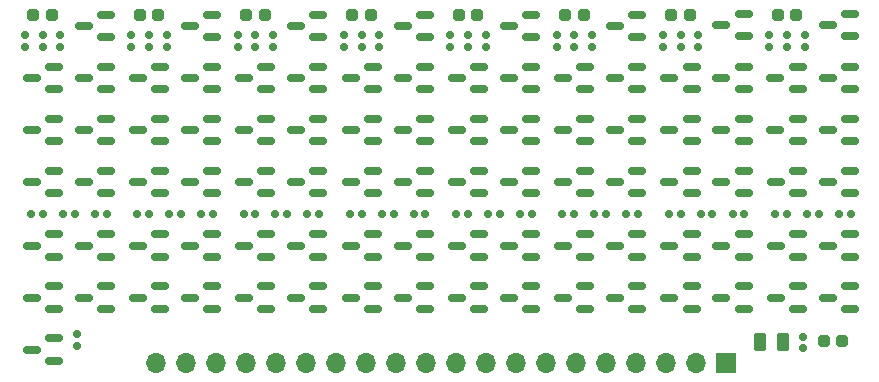
<source format=gbr>
%TF.GenerationSoftware,KiCad,Pcbnew,8.0.8*%
%TF.CreationDate,2025-09-05T20:33:19+02:00*%
%TF.ProjectId,REG8bit-SMD,52454738-6269-4742-9d53-4d442e6b6963,rev?*%
%TF.SameCoordinates,Original*%
%TF.FileFunction,Soldermask,Top*%
%TF.FilePolarity,Negative*%
%FSLAX46Y46*%
G04 Gerber Fmt 4.6, Leading zero omitted, Abs format (unit mm)*
G04 Created by KiCad (PCBNEW 8.0.8) date 2025-09-05 20:33:19*
%MOMM*%
%LPD*%
G01*
G04 APERTURE LIST*
G04 Aperture macros list*
%AMRoundRect*
0 Rectangle with rounded corners*
0 $1 Rounding radius*
0 $2 $3 $4 $5 $6 $7 $8 $9 X,Y pos of 4 corners*
0 Add a 4 corners polygon primitive as box body*
4,1,4,$2,$3,$4,$5,$6,$7,$8,$9,$2,$3,0*
0 Add four circle primitives for the rounded corners*
1,1,$1+$1,$2,$3*
1,1,$1+$1,$4,$5*
1,1,$1+$1,$6,$7*
1,1,$1+$1,$8,$9*
0 Add four rect primitives between the rounded corners*
20,1,$1+$1,$2,$3,$4,$5,0*
20,1,$1+$1,$4,$5,$6,$7,0*
20,1,$1+$1,$6,$7,$8,$9,0*
20,1,$1+$1,$8,$9,$2,$3,0*%
G04 Aperture macros list end*
%ADD10RoundRect,0.150000X0.587500X0.150000X-0.587500X0.150000X-0.587500X-0.150000X0.587500X-0.150000X0*%
%ADD11RoundRect,0.159000X0.189000X-0.159000X0.189000X0.159000X-0.189000X0.159000X-0.189000X-0.159000X0*%
%ADD12RoundRect,0.159000X-0.159000X-0.189000X0.159000X-0.189000X0.159000X0.189000X-0.159000X0.189000X0*%
%ADD13RoundRect,0.159000X0.159000X0.189000X-0.159000X0.189000X-0.159000X-0.189000X0.159000X-0.189000X0*%
%ADD14RoundRect,0.239000X0.239000X0.274000X-0.239000X0.274000X-0.239000X-0.274000X0.239000X-0.274000X0*%
%ADD15RoundRect,0.159000X-0.189000X0.159000X-0.189000X-0.159000X0.189000X-0.159000X0.189000X0.159000X0*%
%ADD16R,1.700000X1.700000*%
%ADD17O,1.700000X1.700000*%
%ADD18RoundRect,0.269000X-0.269000X-0.494000X0.269000X-0.494000X0.269000X0.494000X-0.269000X0.494000X0*%
G04 APERTURE END LIST*
D10*
%TO.C,Q18*%
X66237500Y-138450000D03*
X66237500Y-136550000D03*
X64362500Y-137500000D03*
%TD*%
%TO.C,Q21*%
X66237500Y-147250000D03*
X66237500Y-145350000D03*
X64362500Y-146300000D03*
%TD*%
D11*
%TO.C,R43*%
X59400000Y-134900000D03*
X59400000Y-133900000D03*
%TD*%
D10*
%TO.C,Q16*%
X61837500Y-138450000D03*
X61837500Y-136550000D03*
X59962500Y-137500000D03*
%TD*%
D12*
%TO.C,R22*%
X89600000Y-149000000D03*
X90600000Y-149000000D03*
%TD*%
D10*
%TO.C,Q27*%
X70837500Y-142850000D03*
X70837500Y-140950000D03*
X68962500Y-141900000D03*
%TD*%
%TO.C,Q13*%
X61837500Y-152650000D03*
X61837500Y-150750000D03*
X59962500Y-151700000D03*
%TD*%
%TO.C,Q6*%
X52837500Y-142850000D03*
X52837500Y-140950000D03*
X50962500Y-141900000D03*
%TD*%
D13*
%TO.C,R36*%
X105900000Y-149000000D03*
X104900000Y-149000000D03*
%TD*%
D10*
%TO.C,Q5*%
X57237500Y-152650000D03*
X57237500Y-150750000D03*
X55362500Y-151700000D03*
%TD*%
D13*
%TO.C,R38*%
X120300000Y-149000000D03*
X119300000Y-149000000D03*
%TD*%
D10*
%TO.C,Q68*%
X111237500Y-138450000D03*
X111237500Y-136550000D03*
X109362500Y-137500000D03*
%TD*%
D13*
%TO.C,R13*%
X75300000Y-149000000D03*
X74300000Y-149000000D03*
%TD*%
D14*
%TO.C,D9*%
X119590000Y-159800000D03*
X118010000Y-159800000D03*
%TD*%
D10*
%TO.C,Q65*%
X111237500Y-152650000D03*
X111237500Y-150750000D03*
X109362500Y-151700000D03*
%TD*%
%TO.C,Q60*%
X97837500Y-147250000D03*
X97837500Y-145350000D03*
X95962500Y-146300000D03*
%TD*%
%TO.C,Q45*%
X93237500Y-152650000D03*
X93237500Y-150750000D03*
X91362500Y-151700000D03*
%TD*%
%TO.C,Q17*%
X61837500Y-142850000D03*
X61837500Y-140950000D03*
X59962500Y-141900000D03*
%TD*%
D14*
%TO.C,D2*%
X61690000Y-132200000D03*
X60110000Y-132200000D03*
%TD*%
D10*
%TO.C,Q72*%
X115837500Y-157050000D03*
X115837500Y-155150000D03*
X113962500Y-156100000D03*
%TD*%
D11*
%TO.C,R46*%
X86400000Y-134900000D03*
X86400000Y-133900000D03*
%TD*%
D10*
%TO.C,Q55*%
X102237500Y-152650000D03*
X102237500Y-150750000D03*
X100362500Y-151700000D03*
%TD*%
%TO.C,Q9*%
X57237500Y-142850000D03*
X57237500Y-140950000D03*
X55362500Y-141900000D03*
%TD*%
%TO.C,Q1*%
X52837500Y-161450000D03*
X52837500Y-159550000D03*
X50962500Y-160500000D03*
%TD*%
%TO.C,Q78*%
X120237500Y-138450000D03*
X120237500Y-136550000D03*
X118362500Y-137500000D03*
%TD*%
D11*
%TO.C,R48*%
X104400000Y-133900000D03*
X104400000Y-134900000D03*
%TD*%
D10*
%TO.C,Q14*%
X66237500Y-157050000D03*
X66237500Y-155150000D03*
X64362500Y-156100000D03*
%TD*%
%TO.C,Q52*%
X97837500Y-157050000D03*
X97837500Y-155150000D03*
X95962500Y-156100000D03*
%TD*%
%TO.C,Q69*%
X111237500Y-142850000D03*
X111237500Y-140950000D03*
X109362500Y-141900000D03*
%TD*%
D13*
%TO.C,R28*%
X102300000Y-149000000D03*
X101300000Y-149000000D03*
%TD*%
D10*
%TO.C,Q31*%
X75237500Y-147250000D03*
X75237500Y-145350000D03*
X73362500Y-146300000D03*
%TD*%
%TO.C,Q75*%
X120237500Y-152650000D03*
X120237500Y-150750000D03*
X118362500Y-151700000D03*
%TD*%
%TO.C,Q83*%
X66237500Y-134050000D03*
X66237500Y-132150000D03*
X64362500Y-133100000D03*
%TD*%
%TO.C,Q34*%
X84237500Y-157050000D03*
X84237500Y-155150000D03*
X82362500Y-156100000D03*
%TD*%
D12*
%TO.C,R12*%
X71600000Y-149000000D03*
X72600000Y-149000000D03*
%TD*%
D15*
%TO.C,R15*%
X71400000Y-133900000D03*
X71400000Y-134900000D03*
%TD*%
D10*
%TO.C,Q46*%
X88837500Y-138450000D03*
X88837500Y-136550000D03*
X86962500Y-137500000D03*
%TD*%
%TO.C,Q3*%
X52837500Y-152650000D03*
X52837500Y-150750000D03*
X50962500Y-151700000D03*
%TD*%
%TO.C,Q76*%
X115800000Y-138450000D03*
X115800000Y-136550000D03*
X113925000Y-137500000D03*
%TD*%
D13*
%TO.C,R21*%
X78900000Y-149000000D03*
X77900000Y-149000000D03*
%TD*%
D10*
%TO.C,Q71*%
X111237500Y-147250000D03*
X111237500Y-145350000D03*
X109362500Y-146300000D03*
%TD*%
D13*
%TO.C,R41*%
X113900000Y-149000000D03*
X114900000Y-149000000D03*
%TD*%
%TO.C,R16*%
X69900000Y-149000000D03*
X68900000Y-149000000D03*
%TD*%
D14*
%TO.C,D3*%
X70690000Y-132200000D03*
X69110000Y-132200000D03*
%TD*%
D10*
%TO.C,Q39*%
X84237500Y-142850000D03*
X84237500Y-140950000D03*
X82362500Y-141900000D03*
%TD*%
%TO.C,Q15*%
X66237500Y-152650000D03*
X66237500Y-150750000D03*
X64362500Y-151700000D03*
%TD*%
%TO.C,Q32*%
X79837500Y-157050000D03*
X79837500Y-155150000D03*
X77962500Y-156100000D03*
%TD*%
%TO.C,Q67*%
X106837500Y-142850000D03*
X106837500Y-140950000D03*
X104962500Y-141900000D03*
%TD*%
D14*
%TO.C,D7*%
X105110000Y-132200000D03*
X106690000Y-132200000D03*
%TD*%
D10*
%TO.C,Q43*%
X88837500Y-152650000D03*
X88837500Y-150750000D03*
X86962500Y-151700000D03*
%TD*%
%TO.C,Q58*%
X102237500Y-138450000D03*
X102237500Y-136550000D03*
X100362500Y-137500000D03*
%TD*%
%TO.C,Q40*%
X79837500Y-147250000D03*
X79837500Y-145350000D03*
X77962500Y-146300000D03*
%TD*%
%TO.C,Q24*%
X75237500Y-157050000D03*
X75237500Y-155150000D03*
X73362500Y-156100000D03*
%TD*%
D15*
%TO.C,R5*%
X53400000Y-133900000D03*
X53400000Y-134900000D03*
%TD*%
D10*
%TO.C,Q22*%
X70837500Y-157050000D03*
X70837500Y-155150000D03*
X68962500Y-156100000D03*
%TD*%
%TO.C,Q63*%
X106837500Y-152650000D03*
X106837500Y-150750000D03*
X104962500Y-151700000D03*
%TD*%
D15*
%TO.C,R39*%
X114900000Y-133900000D03*
X114900000Y-134900000D03*
%TD*%
D10*
%TO.C,Q79*%
X120237500Y-142850000D03*
X120237500Y-140950000D03*
X118362500Y-141900000D03*
%TD*%
%TO.C,Q85*%
X84237500Y-134050000D03*
X84237500Y-132150000D03*
X82362500Y-133100000D03*
%TD*%
%TO.C,Q33*%
X79837500Y-152650000D03*
X79837500Y-150750000D03*
X77962500Y-151700000D03*
%TD*%
D13*
%TO.C,R6*%
X51900000Y-149000000D03*
X50900000Y-149000000D03*
%TD*%
D15*
%TO.C,R20*%
X80400000Y-133900000D03*
X80400000Y-134900000D03*
%TD*%
D10*
%TO.C,Q51*%
X91362500Y-146300000D03*
X93237500Y-145350000D03*
X93237500Y-147250000D03*
%TD*%
%TO.C,Q73*%
X115837500Y-152650000D03*
X115837500Y-150750000D03*
X113962500Y-151700000D03*
%TD*%
D12*
%TO.C,R32*%
X108600000Y-149000000D03*
X107600000Y-149000000D03*
%TD*%
D10*
%TO.C,Q36*%
X79837500Y-138450000D03*
X79837500Y-136550000D03*
X77962500Y-137500000D03*
%TD*%
D12*
%TO.C,R8*%
X65300000Y-149000000D03*
X66300000Y-149000000D03*
%TD*%
D10*
%TO.C,Q84*%
X75237500Y-134050000D03*
X75237500Y-132150000D03*
X73362500Y-133100000D03*
%TD*%
D11*
%TO.C,R50*%
X116300000Y-160400000D03*
X116300000Y-159400000D03*
%TD*%
D13*
%TO.C,R26*%
X86900000Y-149000000D03*
X87900000Y-149000000D03*
%TD*%
D10*
%TO.C,Q50*%
X86962500Y-146300000D03*
X88837500Y-145350000D03*
X88837500Y-147250000D03*
%TD*%
D13*
%TO.C,R11*%
X60900000Y-149000000D03*
X59900000Y-149000000D03*
%TD*%
D10*
%TO.C,Q89*%
X120237500Y-133950000D03*
X120237500Y-132050000D03*
X118362500Y-133000000D03*
%TD*%
%TO.C,Q54*%
X102237500Y-157050000D03*
X102237500Y-155150000D03*
X100362500Y-156100000D03*
%TD*%
%TO.C,Q20*%
X61837500Y-147250000D03*
X61837500Y-145350000D03*
X59962500Y-146300000D03*
%TD*%
D12*
%TO.C,R2*%
X53600000Y-149000000D03*
X54600000Y-149000000D03*
%TD*%
D10*
%TO.C,Q87*%
X102237500Y-134050000D03*
X102237500Y-132150000D03*
X100362500Y-133100000D03*
%TD*%
%TO.C,Q80*%
X115837500Y-147250000D03*
X115837500Y-145350000D03*
X113962500Y-146300000D03*
%TD*%
D16*
%TO.C,J1*%
X109725000Y-161625000D03*
D17*
X107185000Y-161625000D03*
X104645000Y-161625000D03*
X102105000Y-161625000D03*
X99565000Y-161625000D03*
X97025000Y-161625000D03*
X94485000Y-161625000D03*
X91945000Y-161625000D03*
X89405000Y-161625000D03*
X86865000Y-161625000D03*
X84325000Y-161625000D03*
X81785000Y-161625000D03*
X79245000Y-161625000D03*
X76705000Y-161625000D03*
X74165000Y-161625000D03*
X71625000Y-161625000D03*
X69085000Y-161625000D03*
X66545000Y-161625000D03*
X64005000Y-161625000D03*
X61465000Y-161625000D03*
%TD*%
D10*
%TO.C,Q7*%
X52837500Y-138450000D03*
X52837500Y-136550000D03*
X50962500Y-137500000D03*
%TD*%
D13*
%TO.C,R23*%
X93300000Y-149000000D03*
X92300000Y-149000000D03*
%TD*%
D10*
%TO.C,Q11*%
X57237500Y-147250000D03*
X57237500Y-145350000D03*
X55362500Y-146300000D03*
%TD*%
D14*
%TO.C,D4*%
X79690000Y-132200000D03*
X78110000Y-132200000D03*
%TD*%
D15*
%TO.C,R34*%
X105900000Y-133900000D03*
X105900000Y-134900000D03*
%TD*%
D10*
%TO.C,Q74*%
X120237500Y-157050000D03*
X120237500Y-155150000D03*
X118362500Y-156100000D03*
%TD*%
%TO.C,Q70*%
X106837500Y-147250000D03*
X106837500Y-145350000D03*
X104962500Y-146300000D03*
%TD*%
%TO.C,Q10*%
X52837500Y-147250000D03*
X52837500Y-145350000D03*
X50962500Y-146300000D03*
%TD*%
D14*
%TO.C,D5*%
X88690000Y-132200000D03*
X87110000Y-132200000D03*
%TD*%
D11*
%TO.C,R45*%
X77400000Y-134900000D03*
X77400000Y-133900000D03*
%TD*%
D12*
%TO.C,R37*%
X117600000Y-149000000D03*
X116600000Y-149000000D03*
%TD*%
D10*
%TO.C,Q44*%
X93237500Y-157050000D03*
X93237500Y-155150000D03*
X91362500Y-156100000D03*
%TD*%
%TO.C,Q28*%
X75237500Y-138450000D03*
X75237500Y-136550000D03*
X73362500Y-137500000D03*
%TD*%
%TO.C,Q86*%
X93237500Y-134050000D03*
X93237500Y-132150000D03*
X91362500Y-133100000D03*
%TD*%
%TO.C,Q35*%
X84237500Y-152650000D03*
X84237500Y-150750000D03*
X82362500Y-151700000D03*
%TD*%
D14*
%TO.C,D6*%
X97690000Y-132200000D03*
X96110000Y-132200000D03*
%TD*%
D10*
%TO.C,Q12*%
X61837500Y-157050000D03*
X61837500Y-155150000D03*
X59962500Y-156100000D03*
%TD*%
D11*
%TO.C,R42*%
X50400000Y-134900000D03*
X50400000Y-133900000D03*
%TD*%
D15*
%TO.C,R19*%
X78900000Y-133900000D03*
X78900000Y-134900000D03*
%TD*%
%TO.C,R24*%
X87900000Y-133900000D03*
X87900000Y-134900000D03*
%TD*%
D10*
%TO.C,Q82*%
X57237500Y-134050000D03*
X57237500Y-132150000D03*
X55362500Y-133100000D03*
%TD*%
%TO.C,Q57*%
X97837500Y-142850000D03*
X97837500Y-140950000D03*
X95962500Y-141900000D03*
%TD*%
D14*
%TO.C,D1*%
X52690000Y-132200000D03*
X51110000Y-132200000D03*
%TD*%
D15*
%TO.C,R29*%
X96900000Y-133900000D03*
X96900000Y-134900000D03*
%TD*%
D10*
%TO.C,Q26*%
X70837500Y-138450000D03*
X70837500Y-136550000D03*
X68962500Y-137500000D03*
%TD*%
%TO.C,Q49*%
X93237500Y-142850000D03*
X93237500Y-140950000D03*
X91362500Y-141900000D03*
%TD*%
D15*
%TO.C,R25*%
X89400000Y-133900000D03*
X89400000Y-134900000D03*
%TD*%
D12*
%TO.C,R27*%
X98600000Y-149000000D03*
X99600000Y-149000000D03*
%TD*%
D10*
%TO.C,Q23*%
X70837500Y-152650000D03*
X70837500Y-150750000D03*
X68962500Y-151700000D03*
%TD*%
%TO.C,Q2*%
X52837500Y-157050000D03*
X52837500Y-155150000D03*
X50962500Y-156100000D03*
%TD*%
%TO.C,Q66*%
X106837500Y-138450000D03*
X106837500Y-136550000D03*
X104962500Y-137500000D03*
%TD*%
D15*
%TO.C,R35*%
X107400000Y-133900000D03*
X107400000Y-134900000D03*
%TD*%
D10*
%TO.C,Q53*%
X97837500Y-152650000D03*
X97837500Y-150750000D03*
X95962500Y-151700000D03*
%TD*%
D13*
%TO.C,R33*%
X111300000Y-149000000D03*
X110300000Y-149000000D03*
%TD*%
D15*
%TO.C,R40*%
X116400000Y-133900000D03*
X116400000Y-134900000D03*
%TD*%
D10*
%TO.C,Q38*%
X84237500Y-138450000D03*
X84237500Y-136550000D03*
X82362500Y-137500000D03*
%TD*%
%TO.C,Q4*%
X57237500Y-157050000D03*
X57237500Y-155150000D03*
X55362500Y-156100000D03*
%TD*%
D11*
%TO.C,R44*%
X68400000Y-134900000D03*
X68400000Y-133900000D03*
%TD*%
D13*
%TO.C,R31*%
X96900000Y-149000000D03*
X95900000Y-149000000D03*
%TD*%
D18*
%TO.C,C1*%
X112650000Y-159900000D03*
X114550000Y-159900000D03*
%TD*%
D10*
%TO.C,Q25*%
X75237500Y-152650000D03*
X75237500Y-150750000D03*
X73362500Y-151700000D03*
%TD*%
%TO.C,Q37*%
X79837500Y-142850000D03*
X79837500Y-140950000D03*
X77962500Y-141900000D03*
%TD*%
%TO.C,Q62*%
X106837500Y-157050000D03*
X106837500Y-155150000D03*
X104962500Y-156100000D03*
%TD*%
D15*
%TO.C,R30*%
X98400000Y-133900000D03*
X98400000Y-134900000D03*
%TD*%
D10*
%TO.C,Q19*%
X66237500Y-142850000D03*
X66237500Y-140950000D03*
X64362500Y-141900000D03*
%TD*%
%TO.C,Q48*%
X93237500Y-138450000D03*
X93237500Y-136550000D03*
X91362500Y-137500000D03*
%TD*%
%TO.C,Q8*%
X57237500Y-138450000D03*
X57237500Y-136550000D03*
X55362500Y-137500000D03*
%TD*%
D11*
%TO.C,R49*%
X113400000Y-134900000D03*
X113400000Y-133900000D03*
%TD*%
D10*
%TO.C,Q61*%
X102237500Y-147250000D03*
X102237500Y-145350000D03*
X100362500Y-146300000D03*
%TD*%
D11*
%TO.C,R47*%
X95400000Y-134900000D03*
X95400000Y-133900000D03*
%TD*%
D15*
%TO.C,R4*%
X51900000Y-133900000D03*
X51900000Y-134900000D03*
%TD*%
D10*
%TO.C,Q42*%
X88837500Y-157050000D03*
X88837500Y-155150000D03*
X86962500Y-156100000D03*
%TD*%
D14*
%TO.C,D8*%
X115690000Y-132200000D03*
X114110000Y-132200000D03*
%TD*%
D10*
%TO.C,Q29*%
X75237500Y-142850000D03*
X75237500Y-140950000D03*
X73362500Y-141900000D03*
%TD*%
D12*
%TO.C,R17*%
X80600000Y-149000000D03*
X81600000Y-149000000D03*
%TD*%
D10*
%TO.C,Q88*%
X111237500Y-133950000D03*
X111237500Y-132050000D03*
X109362500Y-133000000D03*
%TD*%
D15*
%TO.C,R10*%
X62400000Y-133900000D03*
X62400000Y-134900000D03*
%TD*%
D10*
%TO.C,Q64*%
X111237500Y-157050000D03*
X111237500Y-155150000D03*
X109362500Y-156100000D03*
%TD*%
%TO.C,Q59*%
X102237500Y-142850000D03*
X102237500Y-140950000D03*
X100362500Y-141900000D03*
%TD*%
D12*
%TO.C,R3*%
X56300000Y-149000000D03*
X57300000Y-149000000D03*
%TD*%
D10*
%TO.C,Q56*%
X97837500Y-138450000D03*
X97837500Y-136550000D03*
X95962500Y-137500000D03*
%TD*%
D12*
%TO.C,R7*%
X62600000Y-149000000D03*
X63600000Y-149000000D03*
%TD*%
D10*
%TO.C,Q41*%
X84237500Y-147250000D03*
X84237500Y-145350000D03*
X82362500Y-146300000D03*
%TD*%
D15*
%TO.C,R14*%
X69900000Y-133900000D03*
X69900000Y-134900000D03*
%TD*%
%TO.C,R1*%
X54800000Y-159200000D03*
X54800000Y-160200000D03*
%TD*%
D10*
%TO.C,Q30*%
X70837500Y-147250000D03*
X70837500Y-145350000D03*
X68962500Y-146300000D03*
%TD*%
D15*
%TO.C,R9*%
X60900000Y-133900000D03*
X60900000Y-134900000D03*
%TD*%
D10*
%TO.C,Q77*%
X115800000Y-142850000D03*
X115800000Y-140950000D03*
X113925000Y-141900000D03*
%TD*%
D13*
%TO.C,R18*%
X84300000Y-149000000D03*
X83300000Y-149000000D03*
%TD*%
D10*
%TO.C,Q81*%
X120237500Y-147250000D03*
X120237500Y-145350000D03*
X118362500Y-146300000D03*
%TD*%
%TO.C,Q47*%
X88837500Y-142850000D03*
X88837500Y-140950000D03*
X86962500Y-141900000D03*
%TD*%
M02*

</source>
